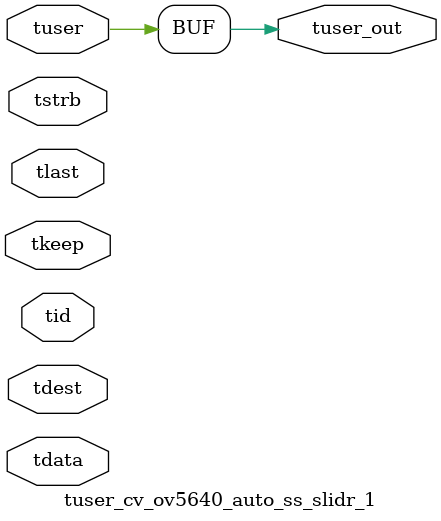
<source format=v>


`timescale 1ps/1ps

module tuser_cv_ov5640_auto_ss_slidr_1 #
(
parameter C_S_AXIS_TUSER_WIDTH = 1,
parameter C_S_AXIS_TDATA_WIDTH = 32,
parameter C_S_AXIS_TID_WIDTH   = 0,
parameter C_S_AXIS_TDEST_WIDTH = 0,
parameter C_M_AXIS_TUSER_WIDTH = 1
)
(
input  [(C_S_AXIS_TUSER_WIDTH == 0 ? 1 : C_S_AXIS_TUSER_WIDTH)-1:0     ] tuser,
input  [(C_S_AXIS_TDATA_WIDTH == 0 ? 1 : C_S_AXIS_TDATA_WIDTH)-1:0     ] tdata,
input  [(C_S_AXIS_TID_WIDTH   == 0 ? 1 : C_S_AXIS_TID_WIDTH)-1:0       ] tid,
input  [(C_S_AXIS_TDEST_WIDTH == 0 ? 1 : C_S_AXIS_TDEST_WIDTH)-1:0     ] tdest,
input  [(C_S_AXIS_TDATA_WIDTH/8)-1:0 ] tkeep,
input  [(C_S_AXIS_TDATA_WIDTH/8)-1:0 ] tstrb,
input                                                                    tlast,
output [C_M_AXIS_TUSER_WIDTH-1:0] tuser_out
);

assign tuser_out = {tuser[0:0]};

endmodule


</source>
